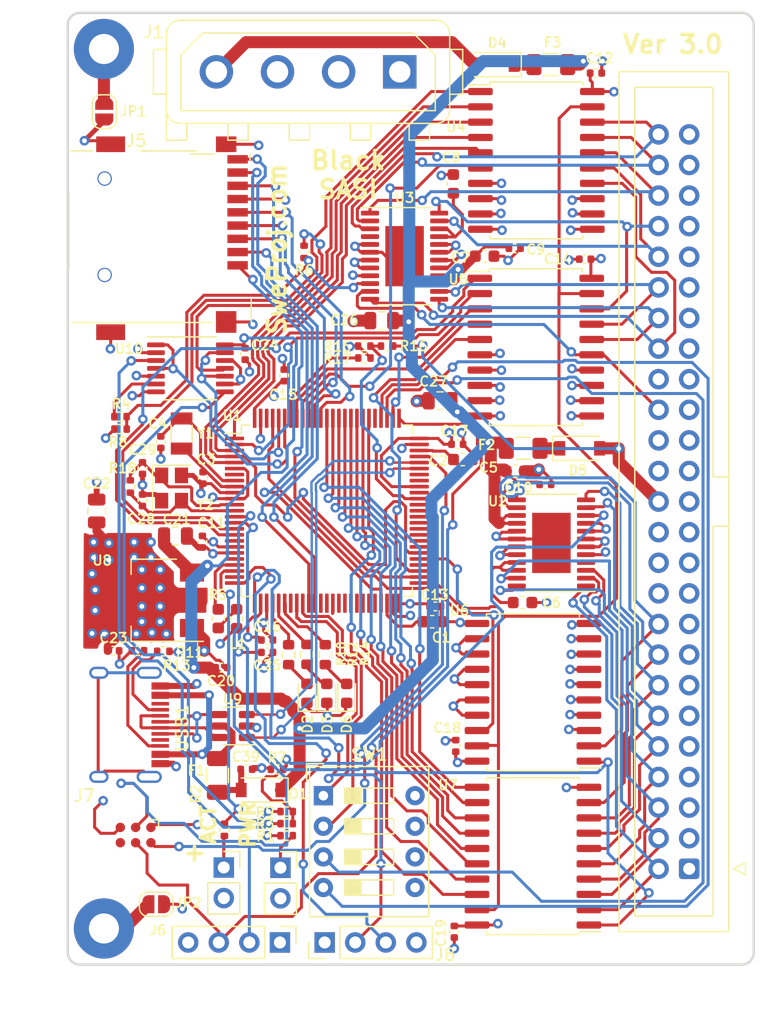
<source format=kicad_pcb>
(kicad_pcb (version 20211014) (generator pcbnew)

  (general
    (thickness 4.69)
  )

  (paper "A4")
  (title_block
    (title "BlackSASI")
    (date "2022-03-20")
    (rev "1.00")
    (company "SweProj.com")
  )

  (layers
    (0 "F.Cu" signal)
    (1 "In1.Cu" signal)
    (2 "In2.Cu" signal)
    (31 "B.Cu" signal)
    (32 "B.Adhes" user "B.Adhesive")
    (33 "F.Adhes" user "F.Adhesive")
    (34 "B.Paste" user)
    (35 "F.Paste" user)
    (36 "B.SilkS" user "B.Silkscreen")
    (37 "F.SilkS" user "F.Silkscreen")
    (38 "B.Mask" user)
    (39 "F.Mask" user)
    (40 "Dwgs.User" user "User.Drawings")
    (41 "Cmts.User" user "User.Comments")
    (42 "Eco1.User" user "User.Eco1")
    (43 "Eco2.User" user "User.Eco2")
    (44 "Edge.Cuts" user)
    (45 "Margin" user)
    (46 "B.CrtYd" user "B.Courtyard")
    (47 "F.CrtYd" user "F.Courtyard")
    (48 "B.Fab" user)
    (49 "F.Fab" user)
  )

  (setup
    (stackup
      (layer "F.SilkS" (type "Top Silk Screen"))
      (layer "F.Paste" (type "Top Solder Paste"))
      (layer "F.Mask" (type "Top Solder Mask") (thickness 0.01))
      (layer "F.Cu" (type "copper") (thickness 0.035))
      (layer "dielectric 1" (type "core") (thickness 1.51) (material "FR4") (epsilon_r 4.5) (loss_tangent 0.02))
      (layer "In1.Cu" (type "copper") (thickness 0.035))
      (layer "dielectric 2" (type "prepreg") (thickness 1.51) (material "FR4") (epsilon_r 4.5) (loss_tangent 0.02))
      (layer "In2.Cu" (type "copper") (thickness 0.035))
      (layer "dielectric 3" (type "core") (thickness 1.51) (material "FR4") (epsilon_r 4.5) (loss_tangent 0.02))
      (layer "B.Cu" (type "copper") (thickness 0.035))
      (layer "B.Mask" (type "Bottom Solder Mask") (thickness 0.01))
      (layer "B.Paste" (type "Bottom Solder Paste"))
      (layer "B.SilkS" (type "Bottom Silk Screen"))
      (copper_finish "None")
      (dielectric_constraints no)
    )
    (pad_to_mask_clearance 0)
    (pcbplotparams
      (layerselection 0x00010fc_ffffffff)
      (disableapertmacros false)
      (usegerberextensions true)
      (usegerberattributes true)
      (usegerberadvancedattributes true)
      (creategerberjobfile false)
      (svguseinch false)
      (svgprecision 6)
      (excludeedgelayer false)
      (plotframeref false)
      (viasonmask false)
      (mode 1)
      (useauxorigin false)
      (hpglpennumber 1)
      (hpglpenspeed 20)
      (hpglpendiameter 15.000000)
      (dxfpolygonmode true)
      (dxfimperialunits true)
      (dxfusepcbnewfont true)
      (psnegative false)
      (psa4output false)
      (plotreference true)
      (plotvalue true)
      (plotinvisibletext false)
      (sketchpadsonfab false)
      (subtractmaskfromsilk true)
      (outputformat 4)
      (mirror false)
      (drillshape 0)
      (scaleselection 1)
      (outputdirectory "pdf")
    )
  )

  (net 0 "")
  (net 1 "/SD_MISO")
  (net 2 "GND")
  (net 3 "/SD_CLK")
  (net 4 "+3V3")
  (net 5 "/SD_MOSI")
  (net 6 "/SD_CS")
  (net 7 "/SCSI_IO")
  (net 8 "/SCSI_REQ")
  (net 9 "/SCSI_CD")
  (net 10 "/SCSI_SEL")
  (net 11 "/SCSI_RST")
  (net 12 "/SCSI_ACK")
  (net 13 "/SCSI_BSY")
  (net 14 "/SCSI_ATN")
  (net 15 "/SCSI_MSG")
  (net 16 "/SCSI_DBP")
  (net 17 "/SCSI_DAT7")
  (net 18 "/SCSI_DAT6")
  (net 19 "/SCSI_DAT5")
  (net 20 "/SCSI_DAT4")
  (net 21 "/SCSI_DAT3")
  (net 22 "/SCSI_DAT2")
  (net 23 "/SCSI_DAT1")
  (net 24 "/SCSI_DAT0")
  (net 25 "/TERM_PWR")
  (net 26 "+5V")
  (net 27 "/EXTERNAL_LED")
  (net 28 "Net-(J4-Pad1)")
  (net 29 "unconnected-(J2-Pad34)")
  (net 30 "unconnected-(J2-Pad25)")
  (net 31 "Net-(C1-Pad1)")
  (net 32 "Net-(C2-Pad1)")
  (net 33 "Net-(C3-Pad1)")
  (net 34 "Net-(C4-Pad1)")
  (net 35 "Net-(C6-Pad1)")
  (net 36 "unconnected-(U1-Pad18)")
  (net 37 "unconnected-(U1-Pad21)")
  (net 38 "unconnected-(U1-Pad24)")
  (net 39 "Net-(R3-Pad2)")
  (net 40 "Net-(C29-Pad1)")
  (net 41 "/LOW_TERM_1")
  (net 42 "Net-(R11-Pad2)")
  (net 43 "Net-(R13-Pad2)")
  (net 44 "/SD_DAT1")
  (net 45 "unconnected-(U1-Pad46)")
  (net 46 "unconnected-(U1-Pad57)")
  (net 47 "unconnected-(U1-Pad58)")
  (net 48 "unconnected-(U1-Pad59)")
  (net 49 "unconnected-(U1-Pad60)")
  (net 50 "unconnected-(U1-Pad61)")
  (net 51 "unconnected-(U1-Pad62)")
  (net 52 "unconnected-(U1-Pad63)")
  (net 53 "unconnected-(U1-Pad64)")
  (net 54 "unconnected-(U1-Pad66)")
  (net 55 "unconnected-(U1-Pad80)")
  (net 56 "unconnected-(U1-Pad98)")
  (net 57 "Net-(H2-Pad1)")
  (net 58 "/SD_DET")
  (net 59 "unconnected-(U2-Pad4)")
  (net 60 "/SD_DAT2")
  (net 61 "unconnected-(U1-Pad37)")
  (net 62 "unconnected-(U1-Pad54)")
  (net 63 "Net-(C8-Pad1)")
  (net 64 "Net-(L1-Pad2)")
  (net 65 "unconnected-(U3-Pad4)")
  (net 66 "/HIGH TERM_2")
  (net 67 "Net-(F1-Pad2)")
  (net 68 "/E_SCSI_DAT0")
  (net 69 "/E_SCSI_DAT1")
  (net 70 "/E_SCSI_DAT2")
  (net 71 "/E_SCSI_DAT3")
  (net 72 "/E_SCSI_DAT4")
  (net 73 "/E_SCSI_DAT5")
  (net 74 "/E_SCSI_DAT6")
  (net 75 "/E_SCSI_DAT7")
  (net 76 "/E_SCSI_DBP")
  (net 77 "/E_SCSI_ATN")
  (net 78 "/E_SCSI_BSY")
  (net 79 "/E_SCSI_ACK")
  (net 80 "/E_SCSI_RST")
  (net 81 "/E_SCSI_MSG")
  (net 82 "/E_SCSI_SEL")
  (net 83 "/E_SCSI_CD")
  (net 84 "/E_SCSI_REQ")
  (net 85 "/E_SCSI_IO")
  (net 86 "/SCSI_DTD")
  (net 87 "/SCSI_IND")
  (net 88 "/SCSI_TAD")
  (net 89 "Net-(R5-Pad2)")
  (net 90 "/USB-")
  (net 91 "Net-(U9-Pad4)")
  (net 92 "Net-(U9-Pad6)")
  (net 93 "unconnected-(USB1-Pad13)")
  (net 94 "unconnected-(USB1-Pad9)")
  (net 95 "unconnected-(USB1-Pad3)")
  (net 96 "Net-(R4-Pad2)")
  (net 97 "USB_POWER")
  (net 98 "/LOW TERM_2")
  (net 99 "/HIGH_TERM_1")
  (net 100 "unconnected-(U1-Pad32)")
  (net 101 "unconnected-(U1-Pad68)")
  (net 102 "unconnected-(U1-Pad69)")
  (net 103 "/SWDIO")
  (net 104 "/SWCLK")
  (net 105 "+5VP")
  (net 106 "/HIGH_TERM")
  (net 107 "/LOW_TERM")
  (net 108 "Net-(D5-Pad1)")
  (net 109 "Net-(D4-Pad1)")
  (net 110 "unconnected-(J7-Pad6)")
  (net 111 "/nRST")
  (net 112 "Net-(D2-Pad2)")
  (net 113 "Net-(D3-Pad2)")
  (net 114 "Net-(D6-Pad2)")
  (net 115 "/LED1")
  (net 116 "/LED2")
  (net 117 "/LED3")
  (net 118 "/SW1")
  (net 119 "/SW2")
  (net 120 "/SW3")
  (net 121 "/SW4")
  (net 122 "Net-(R15-Pad2)")
  (net 123 "Net-(R17-Pad1)")
  (net 124 "unconnected-(U1-Pad7)")
  (net 125 "unconnected-(J1-Pad1)")
  (net 126 "unconnected-(U1-Pad38)")
  (net 127 "unconnected-(U1-Pad39)")
  (net 128 "unconnected-(U1-Pad40)")
  (net 129 "unconnected-(U1-Pad41)")
  (net 130 "unconnected-(U1-Pad42)")
  (net 131 "unconnected-(U1-Pad43)")
  (net 132 "unconnected-(U1-Pad44)")
  (net 133 "unconnected-(U1-Pad45)")
  (net 134 "/USB+")
  (net 135 "Net-(C28-Pad1)")
  (net 136 "Net-(J3-Pad1)")
  (net 137 "Net-(H1-Pad1)")
  (net 138 "/~{TRANS_OE}")
  (net 139 "/UART_RX")
  (net 140 "/UART_TX")

  (footprint "Connector_IDC:IDC-Header_2x25_P2.54mm_Vertical" (layer "F.Cu") (at 169.634999 131.044824 180))

  (footprint "Diode_SMD:D_SOD-123" (layer "F.Cu") (at 160.534999 96.144824))

  (footprint "Diode_SMD:D_SOD-123" (layer "F.Cu") (at 153.434999 64.294824 180))

  (footprint "Connector_PinSocket_2.54mm:PinSocket_1x02_P2.54mm_Vertical" (layer "F.Cu") (at 130.959999 130.937))

  (footprint "Connector_PinSocket_2.54mm:PinSocket_1x02_P2.54mm_Vertical" (layer "F.Cu") (at 135.669999 130.957))

  (footprint "Button_Switch_THT:SW_DIP_SPSTx04_Slide_9.78x12.34mm_W7.62mm_P2.54mm" (layer "F.Cu") (at 139.2345 124.978))

  (footprint "LED_SMD:LED_0603_1608Metric" (layer "F.Cu") (at 141.1712 116.482525 90))

  (footprint "Resistor_SMD:R_0603_1608Metric" (layer "F.Cu") (at 137.8712 113.247376 90))

  (footprint "LED_SMD:LED_0603_1608Metric" (layer "F.Cu") (at 139.5212 116.482525 90))

  (footprint "Capacitor_SMD:C_0402_1005Metric" (layer "F.Cu") (at 155.134999 79.544824))

  (footprint "Capacitor_SMD:C_0603_1608Metric" (layer "F.Cu") (at 150.822999 97.072824))

  (footprint "Diode_SMD:D_SOD-123" (layer "F.Cu") (at 134.058999 124.504824 180))

  (footprint "MountingHole:MountingHole_2.5mm_Pad_TopBottom" (layer "F.Cu") (at 121 136))

  (footprint "Connector_TE-Connectivity:TE_MATE-N-LOK_350211-1_1x04_P5.08mm_Vertical" (layer "F.Cu") (at 145.584999 64.894824 180))

  (footprint "Capacitor_SMD:C_0603_1608Metric" (layer "F.Cu") (at 150.034999 74.194824 90))

  (footprint "Resistor_SMD:R_0402_1005Metric" (layer "F.Cu") (at 144.535 87.655 180))

  (footprint "Resistor_SMD:R_0402_1005Metric" (layer "F.Cu") (at 125.934999 112.994824 180))

  (footprint "Capacitor_SMD:C_0402_1005Metric" (layer "F.Cu") (at 161.884999 64.994824))

  (footprint "Capacitor_SMD:C_0402_1005Metric" (layer "F.Cu") (at 129.232999 98.596824 -90))

  (footprint "Resistor_SMD:R_0402_1005Metric" (layer "F.Cu") (at 122.384999 94.544824))

  (footprint "Resistor_SMD:R_0402_1005Metric" (layer "F.Cu") (at 142.635 87.655))

  (footprint "BlackSASI:HRO-TYPE-C-31-M-12" (layer "F.Cu") (at 117.983 119.094824 -90))

  (footprint "Package_SO:SOIC-20W_7.5x12.8mm_P1.27mm" (layer "F.Cu") (at 156.649999 129.994824 180))

  (footprint "Capacitor_SMD:C_0402_1005Metric" (layer "F.Cu") (at 148.536999 109.264824))

  (footprint "Capacitor_SMD:C_0402_1005Metric" (layer "F.Cu") (at 121.784999 112.944824))

  (footprint "Capacitor_SMD:C_0805_2012Metric" (layer "F.Cu") (at 126.946999 103.422824))

  (footprint "Capacitor_SMD:C_0402_1005Metric" (layer "F.Cu") (at 130.756999 114.344824))

  (footprint "BlackSASI:TSSOP-24-1EP_4.4x7.8mm_P0.65mm_EP3.2x5mm" (layer "F.Cu") (at 158.184999 103.994824 180))

  (footprint "Capacitor_SMD:C_0402_1005Metric" (layer "F.Cu") (at 150.114 136.271 -90))

  (footprint "Resistor_SMD:R_0603_1608Metric" (layer "F.Cu") (at 136.3472 113.2718 90))

  (footprint "Resistor_SMD:R_0402_1005Metric" (layer "F.Cu") (at 137.634999 79.834824 -90))

  (footprint "Resistor_SMD:R_0603_1608Metric" (layer "F.Cu") (at 139.3952 113.2718 90))

  (footprint "Resistor_SMD:R_0402_1005Metric" (layer "F.Cu") (at 136.184999 128.294824 180))

  (footprint "LED_SMD:LED_0603_1608Metric" (layer "F.Cu") (at 137.8712 116.482525 90))

  (footprint "BlackSASI:Fuse_1206_3216Metric" (layer "F.Cu") (at 155.834999 96.144824))

  (footprint "Capacitor_SMD:C_0402_1005Metric" (layer "F.Cu") (at 157.684999 99.144824))

  (footprint "Capacitor_SMD:C_0402_1005Metric" (layer "F.Cu") (at 160.984999 80.444824 180))

  (footprint "Resistor_SMD:R_0402_1005Metric" (layer "F.Cu") (at 123.825 112.944824))

  (footprint "Connector:Tag-Connect_TC2030-IDC-FP_2x03_P1.27mm_Vertical" (layer "F.Cu") (at 123.634999 128.244824 180))

  (footprint "Capacitor_SMD:C_0402_1005Metric" (layer "F.Cu") (at 129.184999 103.894824 -90))

  (footprint "Connector_PinHeader_2.54mm:PinHeader_1x04_P2.54mm_Vertical" (layer "F.Cu") (at 139.3444 137.16 90))

  (footprint "Capacitor_SMD:C_0402_1005Metric" (layer "F.Cu") (at 134.566999 112.058824 180))

  (footprint "BlackSASI:Fuse_1206_3216Metric" (layer "F.Cu") (at 158.134999 64.294824 180))

  (footprint "Resistor_SMD:R_0402_1005Metric" (layer "F.Cu")
    (tedit 5F68FEEE) (tstamp 87b9636d-970f-48ad-aeba-dc46a88c56f3)
    (at 131.010999 127.806824 90)
    (descr "Resistor SMD 0402 (1005 Metric), square (rectangular) end terminal, IPC_7351 nominal, (Body size source: IPC-SM-782 page 72, https://www.pcb-3d.com/wordpress/wp-content/uploads/ipc-sm-782a_amendment_1_and_2.pdf), generated with kicad-footprint-generator")
    (tags "resistor")
    (property "LCSC" "C25117")
    (property "Sheetfile" "File: BlackSASI.kicad_sch")
    (property "Sheetname" "")
    (path "/57e200a6-ccfd-4b09-8b65-3ac22c9764d9")
    (attr smd)
    (fp_text reference "R2" (at 2.965824 -2.359999 270) (layer "F.SilkS")
      (effects (font (size 0.8 0.8) (thickness 0.15)))
      (tstamp c85ef790-7bde-464c-8cf2-1f387f0eb910)
    )
    (fp_text value "470" (at 0 1.17 90) (layer "F.Fab")
      (effects (font (size 1 1) (thickness 0.15)))
      (tstamp c241c652-c35f-4701-94ad-a6100be927fd)
    )
    (fp_text user "${REFERENCE}" (at 0 0 90) (layer "F.Fab")
      (effects (font (size 0.26 0.26) (thickness 0.04)))
      (tstamp 8db99888-6384-4a2a-acc0-44d300fa62c8)
    )
    (fp_line (start -0.153641 -0.38) (end 0.153641 -0.38) (layer "F.SilkS") (width 0.12) (tstamp 6a20c84c-a6b5-42cd-8ff2-4f58202ed23a))
    (fp_line (start -0.153641 0.38) (end 0.153641 0.38) (layer "F.SilkS") (width 0.12) (tstamp 8f208eed-0d52-4843-b906-b6076007522e))
    (fp_line (start 0.93 0.47) (end -0.93 0.47) (layer "F.CrtYd") (width 0.05) (tstamp 1e3c508c-caf1-4a10-bd28-1d0b6eea77c8))
    (fp_line (start -0.93 -0.47) (end 0.93 -0.47) (layer "F.CrtYd") (width 0.05) (tstamp 66038996-a46c-4850-9f62-775499845652))
    (fp_line (start -0.93 0.47) (end -0.93 -0.47) (layer "F.CrtYd") (width 0.05) (tstamp cd4a54b8-ae25-452f-9cac-4f606f47831d))
    (fp_line (start 0.93 -0.47) (end 0.93 0.47) (layer "F.CrtYd") (width 0.05) (tstamp f1d86bdd-caf2-4592-8051-deda04e358cb))
    (fp_line (start 0.525 -0.27) (end 0.525 0.27) (layer "F.Fab") (width 0.1) (tstamp 17a5c135-13b9-43c9-ab34-a5d32bfab494))
    (fp_line (start -0.525 -0.27) (end 0.525 -0.27) (layer "F.Fab") (width 0.1) (tstamp 2ebb2487-8abe-4bde-8ab4-fed9ee024d37))
    (fp_line (start -0.525 0.27) (end -0.525 -0.27) (layer "F.Fab") (width 0.1) (tstamp 31661ca5-99ab-4943-9e3f-fa1577f656
... [1671749 chars truncated]
</source>
